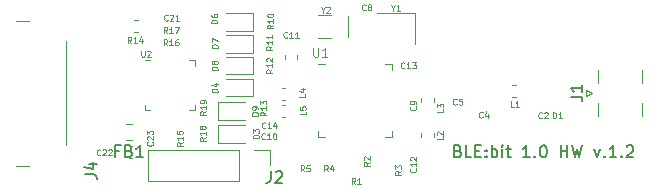
<source format=gbr>
G04 #@! TF.GenerationSoftware,KiCad,Pcbnew,(5.1.5)-3*
G04 #@! TF.CreationDate,2020-07-02T22:05:55+02:00*
G04 #@! TF.ProjectId,Theo3,5468656f-332e-46b6-9963-61645f706362,rev?*
G04 #@! TF.SameCoordinates,Original*
G04 #@! TF.FileFunction,Legend,Top*
G04 #@! TF.FilePolarity,Positive*
%FSLAX46Y46*%
G04 Gerber Fmt 4.6, Leading zero omitted, Abs format (unit mm)*
G04 Created by KiCad (PCBNEW (5.1.5)-3) date 2020-07-02 22:05:55*
%MOMM*%
%LPD*%
G04 APERTURE LIST*
%ADD10C,0.150000*%
%ADD11C,0.120000*%
%ADD12C,0.076200*%
%ADD13C,0.101600*%
G04 APERTURE END LIST*
D10*
X73229104Y-78338371D02*
X73371961Y-78385990D01*
X73419580Y-78433609D01*
X73467200Y-78528847D01*
X73467200Y-78671704D01*
X73419580Y-78766942D01*
X73371961Y-78814561D01*
X73276723Y-78862180D01*
X72895771Y-78862180D01*
X72895771Y-77862180D01*
X73229104Y-77862180D01*
X73324342Y-77909800D01*
X73371961Y-77957419D01*
X73419580Y-78052657D01*
X73419580Y-78147895D01*
X73371961Y-78243133D01*
X73324342Y-78290752D01*
X73229104Y-78338371D01*
X72895771Y-78338371D01*
X74371961Y-78862180D02*
X73895771Y-78862180D01*
X73895771Y-77862180D01*
X74705295Y-78338371D02*
X75038628Y-78338371D01*
X75181485Y-78862180D02*
X74705295Y-78862180D01*
X74705295Y-77862180D01*
X75181485Y-77862180D01*
X75610057Y-78766942D02*
X75657676Y-78814561D01*
X75610057Y-78862180D01*
X75562438Y-78814561D01*
X75610057Y-78766942D01*
X75610057Y-78862180D01*
X75610057Y-78243133D02*
X75657676Y-78290752D01*
X75610057Y-78338371D01*
X75562438Y-78290752D01*
X75610057Y-78243133D01*
X75610057Y-78338371D01*
X76086247Y-78862180D02*
X76086247Y-77862180D01*
X76086247Y-78243133D02*
X76181485Y-78195514D01*
X76371961Y-78195514D01*
X76467200Y-78243133D01*
X76514819Y-78290752D01*
X76562438Y-78385990D01*
X76562438Y-78671704D01*
X76514819Y-78766942D01*
X76467200Y-78814561D01*
X76371961Y-78862180D01*
X76181485Y-78862180D01*
X76086247Y-78814561D01*
X76991009Y-78862180D02*
X76991009Y-78195514D01*
X76991009Y-77862180D02*
X76943390Y-77909800D01*
X76991009Y-77957419D01*
X77038628Y-77909800D01*
X76991009Y-77862180D01*
X76991009Y-77957419D01*
X77324342Y-78195514D02*
X77705295Y-78195514D01*
X77467200Y-77862180D02*
X77467200Y-78719323D01*
X77514819Y-78814561D01*
X77610057Y-78862180D01*
X77705295Y-78862180D01*
X79324342Y-78862180D02*
X78752914Y-78862180D01*
X79038628Y-78862180D02*
X79038628Y-77862180D01*
X78943390Y-78005038D01*
X78848152Y-78100276D01*
X78752914Y-78147895D01*
X79752914Y-78766942D02*
X79800533Y-78814561D01*
X79752914Y-78862180D01*
X79705295Y-78814561D01*
X79752914Y-78766942D01*
X79752914Y-78862180D01*
X80419580Y-77862180D02*
X80514819Y-77862180D01*
X80610057Y-77909800D01*
X80657676Y-77957419D01*
X80705295Y-78052657D01*
X80752914Y-78243133D01*
X80752914Y-78481228D01*
X80705295Y-78671704D01*
X80657676Y-78766942D01*
X80610057Y-78814561D01*
X80514819Y-78862180D01*
X80419580Y-78862180D01*
X80324342Y-78814561D01*
X80276723Y-78766942D01*
X80229104Y-78671704D01*
X80181485Y-78481228D01*
X80181485Y-78243133D01*
X80229104Y-78052657D01*
X80276723Y-77957419D01*
X80324342Y-77909800D01*
X80419580Y-77862180D01*
X81943390Y-78862180D02*
X81943390Y-77862180D01*
X81943390Y-78338371D02*
X82514819Y-78338371D01*
X82514819Y-78862180D02*
X82514819Y-77862180D01*
X82895771Y-77862180D02*
X83133866Y-78862180D01*
X83324342Y-78147895D01*
X83514819Y-78862180D01*
X83752914Y-77862180D01*
X84800533Y-78195514D02*
X85038628Y-78862180D01*
X85276723Y-78195514D01*
X85657676Y-78766942D02*
X85705295Y-78814561D01*
X85657676Y-78862180D01*
X85610057Y-78814561D01*
X85657676Y-78766942D01*
X85657676Y-78862180D01*
X86657676Y-78862180D02*
X86086247Y-78862180D01*
X86371961Y-78862180D02*
X86371961Y-77862180D01*
X86276723Y-78005038D01*
X86181485Y-78100276D01*
X86086247Y-78147895D01*
X87086247Y-78766942D02*
X87133866Y-78814561D01*
X87086247Y-78862180D01*
X87038628Y-78814561D01*
X87086247Y-78766942D01*
X87086247Y-78862180D01*
X87514819Y-77957419D02*
X87562438Y-77909800D01*
X87657676Y-77862180D01*
X87895771Y-77862180D01*
X87991009Y-77909800D01*
X88038628Y-77957419D01*
X88086247Y-78052657D01*
X88086247Y-78147895D01*
X88038628Y-78290752D01*
X87467200Y-78862180D01*
X88086247Y-78862180D01*
D11*
X53632200Y-68146600D02*
X55917200Y-68146600D01*
X55917200Y-68146600D02*
X55917200Y-66676600D01*
X55917200Y-66676600D02*
X53632200Y-66676600D01*
X59615800Y-70195221D02*
X59615800Y-70520779D01*
X58595800Y-70195221D02*
X58595800Y-70520779D01*
X45679579Y-78919800D02*
X45354021Y-78919800D01*
X45679579Y-77899800D02*
X45354021Y-77899800D01*
X57286200Y-78222800D02*
X57286200Y-79552800D01*
X55956200Y-78222800D02*
X57286200Y-78222800D01*
X54686200Y-78222800D02*
X54686200Y-80882800D01*
X54686200Y-80882800D02*
X47006200Y-80882800D01*
X54686200Y-78222800D02*
X47006200Y-78222800D01*
X47006200Y-78222800D02*
X47006200Y-80882800D01*
X40074800Y-77831400D02*
X40074800Y-69031400D01*
X36904800Y-79576400D02*
X35854800Y-79576400D01*
X36904800Y-67286400D02*
X35854800Y-67286400D01*
X78166179Y-73763600D02*
X77840621Y-73763600D01*
X78166179Y-72743600D02*
X77840621Y-72743600D01*
X71172800Y-77175579D02*
X71172800Y-76850021D01*
X70152800Y-77175579D02*
X70152800Y-76850021D01*
X70152800Y-73878221D02*
X70152800Y-74203779D01*
X71172800Y-73878221D02*
X71172800Y-74203779D01*
X58307921Y-75465400D02*
X58633479Y-75465400D01*
X58307921Y-74445400D02*
X58633479Y-74445400D01*
X58633579Y-73992200D02*
X58308021Y-73992200D01*
X58633579Y-72972200D02*
X58308021Y-72972200D01*
X46111379Y-67206400D02*
X45785821Y-67206400D01*
X46111379Y-68226400D02*
X45785821Y-68226400D01*
X67097800Y-70959600D02*
X67647800Y-70959600D01*
X67647800Y-70959600D02*
X67647800Y-71509600D01*
X61977800Y-77179600D02*
X61427800Y-77179600D01*
X61427800Y-77179600D02*
X61427800Y-76629600D01*
X67097800Y-77179600D02*
X67647800Y-77179600D01*
X67647800Y-77179600D02*
X67647800Y-76629600D01*
X61977800Y-70959600D02*
X61427800Y-70959600D01*
X50479200Y-70661000D02*
X50954200Y-70661000D01*
X50954200Y-70661000D02*
X50954200Y-71136000D01*
X47209200Y-74881000D02*
X46734200Y-74881000D01*
X46734200Y-74881000D02*
X46734200Y-74406000D01*
X50479200Y-74881000D02*
X50954200Y-74881000D01*
X50954200Y-74881000D02*
X50954200Y-74406000D01*
X47209200Y-70661000D02*
X46734200Y-70661000D01*
X69595800Y-69270400D02*
X69595800Y-66670400D01*
X69595800Y-66670400D02*
X66395800Y-66670400D01*
X62500600Y-68742600D02*
X61400600Y-68742600D01*
X62500600Y-66842600D02*
X61400600Y-66842600D01*
X63900600Y-68692600D02*
X63900600Y-66892600D01*
X55917200Y-68530800D02*
X53632200Y-68530800D01*
X55917200Y-70000800D02*
X55917200Y-68530800D01*
X53632200Y-70000800D02*
X55917200Y-70000800D01*
X53632200Y-71829600D02*
X55917200Y-71829600D01*
X55917200Y-71829600D02*
X55917200Y-70359600D01*
X55917200Y-70359600D02*
X53632200Y-70359600D01*
X55917200Y-72239200D02*
X53632200Y-72239200D01*
X55917200Y-73709200D02*
X55917200Y-72239200D01*
X53632200Y-73709200D02*
X55917200Y-73709200D01*
X55232200Y-76150800D02*
X52947200Y-76150800D01*
X52947200Y-76150800D02*
X52947200Y-77620800D01*
X52947200Y-77620800D02*
X55232200Y-77620800D01*
X52947200Y-75690400D02*
X55232200Y-75690400D01*
X52947200Y-74220400D02*
X52947200Y-75690400D01*
X55232200Y-74220400D02*
X52947200Y-74220400D01*
X84057200Y-73656000D02*
X84557200Y-73406000D01*
X84057200Y-73156000D02*
X84057200Y-73656000D01*
X84557200Y-73406000D02*
X84057200Y-73156000D01*
X88817200Y-75356000D02*
X88817200Y-74246000D01*
X88817200Y-72566000D02*
X88817200Y-71456000D01*
X85107200Y-75356000D02*
X85107200Y-74246000D01*
X85107200Y-72566000D02*
X85107200Y-71456000D01*
X45622978Y-77443400D02*
X45105822Y-77443400D01*
X45622978Y-76023400D02*
X45105822Y-76023400D01*
D12*
X52858609Y-67507152D02*
X52350609Y-67507152D01*
X52350609Y-67386200D01*
X52374800Y-67313628D01*
X52423180Y-67265247D01*
X52471561Y-67241057D01*
X52568323Y-67216866D01*
X52640895Y-67216866D01*
X52737657Y-67241057D01*
X52786038Y-67265247D01*
X52834419Y-67313628D01*
X52858609Y-67386200D01*
X52858609Y-67507152D01*
X52350609Y-66781438D02*
X52350609Y-66878200D01*
X52374800Y-66926580D01*
X52398990Y-66950771D01*
X52471561Y-66999152D01*
X52568323Y-67023342D01*
X52761847Y-67023342D01*
X52810228Y-66999152D01*
X52834419Y-66974961D01*
X52858609Y-66926580D01*
X52858609Y-66829819D01*
X52834419Y-66781438D01*
X52810228Y-66757247D01*
X52761847Y-66733057D01*
X52640895Y-66733057D01*
X52592514Y-66757247D01*
X52568323Y-66781438D01*
X52544133Y-66829819D01*
X52544133Y-66926580D01*
X52568323Y-66974961D01*
X52592514Y-66999152D01*
X52640895Y-67023342D01*
X80357133Y-75517828D02*
X80332942Y-75542019D01*
X80260371Y-75566209D01*
X80211990Y-75566209D01*
X80139419Y-75542019D01*
X80091038Y-75493638D01*
X80066847Y-75445257D01*
X80042657Y-75348495D01*
X80042657Y-75275923D01*
X80066847Y-75179161D01*
X80091038Y-75130780D01*
X80139419Y-75082400D01*
X80211990Y-75058209D01*
X80260371Y-75058209D01*
X80332942Y-75082400D01*
X80357133Y-75106590D01*
X80550657Y-75106590D02*
X80574847Y-75082400D01*
X80623228Y-75058209D01*
X80744180Y-75058209D01*
X80792561Y-75082400D01*
X80816752Y-75106590D01*
X80840942Y-75154971D01*
X80840942Y-75203352D01*
X80816752Y-75275923D01*
X80526466Y-75566209D01*
X80840942Y-75566209D01*
X75327933Y-75467028D02*
X75303742Y-75491219D01*
X75231171Y-75515409D01*
X75182790Y-75515409D01*
X75110219Y-75491219D01*
X75061838Y-75442838D01*
X75037647Y-75394457D01*
X75013457Y-75297695D01*
X75013457Y-75225123D01*
X75037647Y-75128361D01*
X75061838Y-75079980D01*
X75110219Y-75031600D01*
X75182790Y-75007409D01*
X75231171Y-75007409D01*
X75303742Y-75031600D01*
X75327933Y-75055790D01*
X75763361Y-75176742D02*
X75763361Y-75515409D01*
X75642409Y-74983219D02*
X75521457Y-75346076D01*
X75835933Y-75346076D01*
X73118133Y-74349428D02*
X73093942Y-74373619D01*
X73021371Y-74397809D01*
X72972990Y-74397809D01*
X72900419Y-74373619D01*
X72852038Y-74325238D01*
X72827847Y-74276857D01*
X72803657Y-74180095D01*
X72803657Y-74107523D01*
X72827847Y-74010761D01*
X72852038Y-73962380D01*
X72900419Y-73914000D01*
X72972990Y-73889809D01*
X73021371Y-73889809D01*
X73093942Y-73914000D01*
X73118133Y-73938190D01*
X73577752Y-73889809D02*
X73335847Y-73889809D01*
X73311657Y-74131714D01*
X73335847Y-74107523D01*
X73384228Y-74083333D01*
X73505180Y-74083333D01*
X73553561Y-74107523D01*
X73577752Y-74131714D01*
X73601942Y-74180095D01*
X73601942Y-74301047D01*
X73577752Y-74349428D01*
X73553561Y-74373619D01*
X73505180Y-74397809D01*
X73384228Y-74397809D01*
X73335847Y-74373619D01*
X73311657Y-74349428D01*
X65421933Y-66373828D02*
X65397742Y-66398019D01*
X65325171Y-66422209D01*
X65276790Y-66422209D01*
X65204219Y-66398019D01*
X65155838Y-66349638D01*
X65131647Y-66301257D01*
X65107457Y-66204495D01*
X65107457Y-66131923D01*
X65131647Y-66035161D01*
X65155838Y-65986780D01*
X65204219Y-65938400D01*
X65276790Y-65914209D01*
X65325171Y-65914209D01*
X65397742Y-65938400D01*
X65421933Y-65962590D01*
X65712219Y-66131923D02*
X65663838Y-66107733D01*
X65639647Y-66083542D01*
X65615457Y-66035161D01*
X65615457Y-66010971D01*
X65639647Y-65962590D01*
X65663838Y-65938400D01*
X65712219Y-65914209D01*
X65808980Y-65914209D01*
X65857361Y-65938400D01*
X65881552Y-65962590D01*
X65905742Y-66010971D01*
X65905742Y-66035161D01*
X65881552Y-66083542D01*
X65857361Y-66107733D01*
X65808980Y-66131923D01*
X65712219Y-66131923D01*
X65663838Y-66156114D01*
X65639647Y-66180304D01*
X65615457Y-66228685D01*
X65615457Y-66325447D01*
X65639647Y-66373828D01*
X65663838Y-66398019D01*
X65712219Y-66422209D01*
X65808980Y-66422209D01*
X65857361Y-66398019D01*
X65881552Y-66373828D01*
X65905742Y-66325447D01*
X65905742Y-66228685D01*
X65881552Y-66180304D01*
X65857361Y-66156114D01*
X65808980Y-66131923D01*
X69650428Y-74557466D02*
X69674619Y-74581657D01*
X69698809Y-74654228D01*
X69698809Y-74702609D01*
X69674619Y-74775180D01*
X69626238Y-74823561D01*
X69577857Y-74847752D01*
X69481095Y-74871942D01*
X69408523Y-74871942D01*
X69311761Y-74847752D01*
X69263380Y-74823561D01*
X69215000Y-74775180D01*
X69190809Y-74702609D01*
X69190809Y-74654228D01*
X69215000Y-74581657D01*
X69239190Y-74557466D01*
X69698809Y-74315561D02*
X69698809Y-74218800D01*
X69674619Y-74170419D01*
X69650428Y-74146228D01*
X69577857Y-74097847D01*
X69481095Y-74073657D01*
X69287571Y-74073657D01*
X69239190Y-74097847D01*
X69215000Y-74122038D01*
X69190809Y-74170419D01*
X69190809Y-74267180D01*
X69215000Y-74315561D01*
X69239190Y-74339752D01*
X69287571Y-74363942D01*
X69408523Y-74363942D01*
X69456904Y-74339752D01*
X69481095Y-74315561D01*
X69505285Y-74267180D01*
X69505285Y-74170419D01*
X69481095Y-74122038D01*
X69456904Y-74097847D01*
X69408523Y-74073657D01*
X56899628Y-77295828D02*
X56875438Y-77320019D01*
X56802866Y-77344209D01*
X56754485Y-77344209D01*
X56681914Y-77320019D01*
X56633533Y-77271638D01*
X56609342Y-77223257D01*
X56585152Y-77126495D01*
X56585152Y-77053923D01*
X56609342Y-76957161D01*
X56633533Y-76908780D01*
X56681914Y-76860400D01*
X56754485Y-76836209D01*
X56802866Y-76836209D01*
X56875438Y-76860400D01*
X56899628Y-76884590D01*
X57383438Y-77344209D02*
X57093152Y-77344209D01*
X57238295Y-77344209D02*
X57238295Y-76836209D01*
X57189914Y-76908780D01*
X57141533Y-76957161D01*
X57093152Y-76981352D01*
X57697914Y-76836209D02*
X57746295Y-76836209D01*
X57794676Y-76860400D01*
X57818866Y-76884590D01*
X57843057Y-76932971D01*
X57867247Y-77029733D01*
X57867247Y-77150685D01*
X57843057Y-77247447D01*
X57818866Y-77295828D01*
X57794676Y-77320019D01*
X57746295Y-77344209D01*
X57697914Y-77344209D01*
X57649533Y-77320019D01*
X57625342Y-77295828D01*
X57601152Y-77247447D01*
X57576961Y-77150685D01*
X57576961Y-77029733D01*
X57601152Y-76932971D01*
X57625342Y-76884590D01*
X57649533Y-76860400D01*
X57697914Y-76836209D01*
X58779228Y-68710628D02*
X58755038Y-68734819D01*
X58682466Y-68759009D01*
X58634085Y-68759009D01*
X58561514Y-68734819D01*
X58513133Y-68686438D01*
X58488942Y-68638057D01*
X58464752Y-68541295D01*
X58464752Y-68468723D01*
X58488942Y-68371961D01*
X58513133Y-68323580D01*
X58561514Y-68275200D01*
X58634085Y-68251009D01*
X58682466Y-68251009D01*
X58755038Y-68275200D01*
X58779228Y-68299390D01*
X59263038Y-68759009D02*
X58972752Y-68759009D01*
X59117895Y-68759009D02*
X59117895Y-68251009D01*
X59069514Y-68323580D01*
X59021133Y-68371961D01*
X58972752Y-68396152D01*
X59746847Y-68759009D02*
X59456561Y-68759009D01*
X59601704Y-68759009D02*
X59601704Y-68251009D01*
X59553323Y-68323580D01*
X59504942Y-68371961D01*
X59456561Y-68396152D01*
X69650428Y-79803171D02*
X69674619Y-79827361D01*
X69698809Y-79899933D01*
X69698809Y-79948314D01*
X69674619Y-80020885D01*
X69626238Y-80069266D01*
X69577857Y-80093457D01*
X69481095Y-80117647D01*
X69408523Y-80117647D01*
X69311761Y-80093457D01*
X69263380Y-80069266D01*
X69215000Y-80020885D01*
X69190809Y-79948314D01*
X69190809Y-79899933D01*
X69215000Y-79827361D01*
X69239190Y-79803171D01*
X69698809Y-79319361D02*
X69698809Y-79609647D01*
X69698809Y-79464504D02*
X69190809Y-79464504D01*
X69263380Y-79512885D01*
X69311761Y-79561266D01*
X69335952Y-79609647D01*
X69239190Y-79125838D02*
X69215000Y-79101647D01*
X69190809Y-79053266D01*
X69190809Y-78932314D01*
X69215000Y-78883933D01*
X69239190Y-78859742D01*
X69287571Y-78835552D01*
X69335952Y-78835552D01*
X69408523Y-78859742D01*
X69698809Y-79150028D01*
X69698809Y-78835552D01*
X68710628Y-71276028D02*
X68686438Y-71300219D01*
X68613866Y-71324409D01*
X68565485Y-71324409D01*
X68492914Y-71300219D01*
X68444533Y-71251838D01*
X68420342Y-71203457D01*
X68396152Y-71106695D01*
X68396152Y-71034123D01*
X68420342Y-70937361D01*
X68444533Y-70888980D01*
X68492914Y-70840600D01*
X68565485Y-70816409D01*
X68613866Y-70816409D01*
X68686438Y-70840600D01*
X68710628Y-70864790D01*
X69194438Y-71324409D02*
X68904152Y-71324409D01*
X69049295Y-71324409D02*
X69049295Y-70816409D01*
X69000914Y-70888980D01*
X68952533Y-70937361D01*
X68904152Y-70961552D01*
X69363771Y-70816409D02*
X69678247Y-70816409D01*
X69508914Y-71009933D01*
X69581485Y-71009933D01*
X69629866Y-71034123D01*
X69654057Y-71058314D01*
X69678247Y-71106695D01*
X69678247Y-71227647D01*
X69654057Y-71276028D01*
X69629866Y-71300219D01*
X69581485Y-71324409D01*
X69436342Y-71324409D01*
X69387961Y-71300219D01*
X69363771Y-71276028D01*
X56925028Y-76356028D02*
X56900838Y-76380219D01*
X56828266Y-76404409D01*
X56779885Y-76404409D01*
X56707314Y-76380219D01*
X56658933Y-76331838D01*
X56634742Y-76283457D01*
X56610552Y-76186695D01*
X56610552Y-76114123D01*
X56634742Y-76017361D01*
X56658933Y-75968980D01*
X56707314Y-75920600D01*
X56779885Y-75896409D01*
X56828266Y-75896409D01*
X56900838Y-75920600D01*
X56925028Y-75944790D01*
X57408838Y-76404409D02*
X57118552Y-76404409D01*
X57263695Y-76404409D02*
X57263695Y-75896409D01*
X57215314Y-75968980D01*
X57166933Y-76017361D01*
X57118552Y-76041552D01*
X57844266Y-76065742D02*
X57844266Y-76404409D01*
X57723314Y-75872219D02*
X57602361Y-76235076D01*
X57916838Y-76235076D01*
X48670028Y-67237428D02*
X48645838Y-67261619D01*
X48573266Y-67285809D01*
X48524885Y-67285809D01*
X48452314Y-67261619D01*
X48403933Y-67213238D01*
X48379742Y-67164857D01*
X48355552Y-67068095D01*
X48355552Y-66995523D01*
X48379742Y-66898761D01*
X48403933Y-66850380D01*
X48452314Y-66802000D01*
X48524885Y-66777809D01*
X48573266Y-66777809D01*
X48645838Y-66802000D01*
X48670028Y-66826190D01*
X48863552Y-66826190D02*
X48887742Y-66802000D01*
X48936123Y-66777809D01*
X49057076Y-66777809D01*
X49105457Y-66802000D01*
X49129647Y-66826190D01*
X49153838Y-66874571D01*
X49153838Y-66922952D01*
X49129647Y-66995523D01*
X48839361Y-67285809D01*
X49153838Y-67285809D01*
X49637647Y-67285809D02*
X49347361Y-67285809D01*
X49492504Y-67285809D02*
X49492504Y-66777809D01*
X49444123Y-66850380D01*
X49395742Y-66898761D01*
X49347361Y-66922952D01*
X42955028Y-78642028D02*
X42930838Y-78666219D01*
X42858266Y-78690409D01*
X42809885Y-78690409D01*
X42737314Y-78666219D01*
X42688933Y-78617838D01*
X42664742Y-78569457D01*
X42640552Y-78472695D01*
X42640552Y-78400123D01*
X42664742Y-78303361D01*
X42688933Y-78254980D01*
X42737314Y-78206600D01*
X42809885Y-78182409D01*
X42858266Y-78182409D01*
X42930838Y-78206600D01*
X42955028Y-78230790D01*
X43148552Y-78230790D02*
X43172742Y-78206600D01*
X43221123Y-78182409D01*
X43342076Y-78182409D01*
X43390457Y-78206600D01*
X43414647Y-78230790D01*
X43438838Y-78279171D01*
X43438838Y-78327552D01*
X43414647Y-78400123D01*
X43124361Y-78690409D01*
X43438838Y-78690409D01*
X43632361Y-78230790D02*
X43656552Y-78206600D01*
X43704933Y-78182409D01*
X43825885Y-78182409D01*
X43874266Y-78206600D01*
X43898457Y-78230790D01*
X43922647Y-78279171D01*
X43922647Y-78327552D01*
X43898457Y-78400123D01*
X43608171Y-78690409D01*
X43922647Y-78690409D01*
X47374628Y-77567971D02*
X47398819Y-77592161D01*
X47423009Y-77664733D01*
X47423009Y-77713114D01*
X47398819Y-77785685D01*
X47350438Y-77834066D01*
X47302057Y-77858257D01*
X47205295Y-77882447D01*
X47132723Y-77882447D01*
X47035961Y-77858257D01*
X46987580Y-77834066D01*
X46939200Y-77785685D01*
X46915009Y-77713114D01*
X46915009Y-77664733D01*
X46939200Y-77592161D01*
X46963390Y-77567971D01*
X46963390Y-77374447D02*
X46939200Y-77350257D01*
X46915009Y-77301876D01*
X46915009Y-77180923D01*
X46939200Y-77132542D01*
X46963390Y-77108352D01*
X47011771Y-77084161D01*
X47060152Y-77084161D01*
X47132723Y-77108352D01*
X47423009Y-77398638D01*
X47423009Y-77084161D01*
X46915009Y-76914828D02*
X46915009Y-76600352D01*
X47108533Y-76769685D01*
X47108533Y-76697114D01*
X47132723Y-76648733D01*
X47156914Y-76624542D01*
X47205295Y-76600352D01*
X47326247Y-76600352D01*
X47374628Y-76624542D01*
X47398819Y-76648733D01*
X47423009Y-76697114D01*
X47423009Y-76842257D01*
X47398819Y-76890638D01*
X47374628Y-76914828D01*
X81286047Y-75566209D02*
X81286047Y-75058209D01*
X81407000Y-75058209D01*
X81479571Y-75082400D01*
X81527952Y-75130780D01*
X81552142Y-75179161D01*
X81576333Y-75275923D01*
X81576333Y-75348495D01*
X81552142Y-75445257D01*
X81527952Y-75493638D01*
X81479571Y-75542019D01*
X81407000Y-75566209D01*
X81286047Y-75566209D01*
X82060142Y-75566209D02*
X81769857Y-75566209D01*
X81915000Y-75566209D02*
X81915000Y-75058209D01*
X81866619Y-75130780D01*
X81818238Y-75179161D01*
X81769857Y-75203352D01*
D10*
X57375466Y-80021180D02*
X57375466Y-80735466D01*
X57327847Y-80878323D01*
X57232609Y-80973561D01*
X57089752Y-81021180D01*
X56994514Y-81021180D01*
X57804038Y-80116419D02*
X57851657Y-80068800D01*
X57946895Y-80021180D01*
X58184990Y-80021180D01*
X58280228Y-80068800D01*
X58327847Y-80116419D01*
X58375466Y-80211657D01*
X58375466Y-80306895D01*
X58327847Y-80449752D01*
X57756419Y-81021180D01*
X58375466Y-81021180D01*
X41641780Y-80317933D02*
X42356066Y-80317933D01*
X42498923Y-80365552D01*
X42594161Y-80460790D01*
X42641780Y-80603647D01*
X42641780Y-80698885D01*
X41975114Y-79413171D02*
X42641780Y-79413171D01*
X41594161Y-79651266D02*
X42308447Y-79889361D01*
X42308447Y-79270314D01*
D12*
X77969533Y-74601009D02*
X77727628Y-74601009D01*
X77727628Y-74093009D01*
X78404961Y-74601009D02*
X78114676Y-74601009D01*
X78259819Y-74601009D02*
X78259819Y-74093009D01*
X78211438Y-74165580D01*
X78163057Y-74213961D01*
X78114676Y-74238152D01*
X71934009Y-77097466D02*
X71934009Y-77339371D01*
X71426009Y-77339371D01*
X71474390Y-76952323D02*
X71450200Y-76928133D01*
X71426009Y-76879752D01*
X71426009Y-76758800D01*
X71450200Y-76710419D01*
X71474390Y-76686228D01*
X71522771Y-76662038D01*
X71571152Y-76662038D01*
X71643723Y-76686228D01*
X71934009Y-76976514D01*
X71934009Y-76662038D01*
X72010209Y-74760666D02*
X72010209Y-75002571D01*
X71502209Y-75002571D01*
X71502209Y-74639714D02*
X71502209Y-74325238D01*
X71695733Y-74494571D01*
X71695733Y-74422000D01*
X71719923Y-74373619D01*
X71744114Y-74349428D01*
X71792495Y-74325238D01*
X71913447Y-74325238D01*
X71961828Y-74349428D01*
X71986019Y-74373619D01*
X72010209Y-74422000D01*
X72010209Y-74567142D01*
X71986019Y-74615523D01*
X71961828Y-74639714D01*
X60326209Y-73490666D02*
X60326209Y-73732571D01*
X59818209Y-73732571D01*
X59987542Y-73103619D02*
X60326209Y-73103619D01*
X59794019Y-73224571D02*
X60156876Y-73345523D01*
X60156876Y-73031047D01*
X60351609Y-74989266D02*
X60351609Y-75231171D01*
X59843609Y-75231171D01*
X59843609Y-74578028D02*
X59843609Y-74819933D01*
X60085514Y-74844123D01*
X60061323Y-74819933D01*
X60037133Y-74771552D01*
X60037133Y-74650600D01*
X60061323Y-74602219D01*
X60085514Y-74578028D01*
X60133895Y-74553838D01*
X60254847Y-74553838D01*
X60303228Y-74578028D01*
X60327419Y-74602219D01*
X60351609Y-74650600D01*
X60351609Y-74771552D01*
X60327419Y-74819933D01*
X60303228Y-74844123D01*
X64532933Y-81128809D02*
X64363600Y-80886904D01*
X64242647Y-81128809D02*
X64242647Y-80620809D01*
X64436171Y-80620809D01*
X64484552Y-80645000D01*
X64508742Y-80669190D01*
X64532933Y-80717571D01*
X64532933Y-80790142D01*
X64508742Y-80838523D01*
X64484552Y-80862714D01*
X64436171Y-80886904D01*
X64242647Y-80886904D01*
X65016742Y-81128809D02*
X64726457Y-81128809D01*
X64871600Y-81128809D02*
X64871600Y-80620809D01*
X64823219Y-80693380D01*
X64774838Y-80741761D01*
X64726457Y-80765952D01*
X65761809Y-79281866D02*
X65519904Y-79451200D01*
X65761809Y-79572152D02*
X65253809Y-79572152D01*
X65253809Y-79378628D01*
X65278000Y-79330247D01*
X65302190Y-79306057D01*
X65350571Y-79281866D01*
X65423142Y-79281866D01*
X65471523Y-79306057D01*
X65495714Y-79330247D01*
X65519904Y-79378628D01*
X65519904Y-79572152D01*
X65302190Y-79088342D02*
X65278000Y-79064152D01*
X65253809Y-79015771D01*
X65253809Y-78894819D01*
X65278000Y-78846438D01*
X65302190Y-78822247D01*
X65350571Y-78798057D01*
X65398952Y-78798057D01*
X65471523Y-78822247D01*
X65761809Y-79112533D01*
X65761809Y-78798057D01*
X68428809Y-80043866D02*
X68186904Y-80213200D01*
X68428809Y-80334152D02*
X67920809Y-80334152D01*
X67920809Y-80140628D01*
X67945000Y-80092247D01*
X67969190Y-80068057D01*
X68017571Y-80043866D01*
X68090142Y-80043866D01*
X68138523Y-80068057D01*
X68162714Y-80092247D01*
X68186904Y-80140628D01*
X68186904Y-80334152D01*
X67920809Y-79874533D02*
X67920809Y-79560057D01*
X68114333Y-79729390D01*
X68114333Y-79656819D01*
X68138523Y-79608438D01*
X68162714Y-79584247D01*
X68211095Y-79560057D01*
X68332047Y-79560057D01*
X68380428Y-79584247D01*
X68404619Y-79608438D01*
X68428809Y-79656819D01*
X68428809Y-79801961D01*
X68404619Y-79850342D01*
X68380428Y-79874533D01*
X57608409Y-67661971D02*
X57366504Y-67831304D01*
X57608409Y-67952257D02*
X57100409Y-67952257D01*
X57100409Y-67758733D01*
X57124600Y-67710352D01*
X57148790Y-67686161D01*
X57197171Y-67661971D01*
X57269742Y-67661971D01*
X57318123Y-67686161D01*
X57342314Y-67710352D01*
X57366504Y-67758733D01*
X57366504Y-67952257D01*
X57608409Y-67178161D02*
X57608409Y-67468447D01*
X57608409Y-67323304D02*
X57100409Y-67323304D01*
X57172980Y-67371685D01*
X57221361Y-67420066D01*
X57245552Y-67468447D01*
X57100409Y-66863685D02*
X57100409Y-66815304D01*
X57124600Y-66766923D01*
X57148790Y-66742733D01*
X57197171Y-66718542D01*
X57293933Y-66694352D01*
X57414885Y-66694352D01*
X57511647Y-66718542D01*
X57560028Y-66742733D01*
X57584219Y-66766923D01*
X57608409Y-66815304D01*
X57608409Y-66863685D01*
X57584219Y-66912066D01*
X57560028Y-66936257D01*
X57511647Y-66960447D01*
X57414885Y-66984638D01*
X57293933Y-66984638D01*
X57197171Y-66960447D01*
X57148790Y-66936257D01*
X57124600Y-66912066D01*
X57100409Y-66863685D01*
X57532209Y-69465371D02*
X57290304Y-69634704D01*
X57532209Y-69755657D02*
X57024209Y-69755657D01*
X57024209Y-69562133D01*
X57048400Y-69513752D01*
X57072590Y-69489561D01*
X57120971Y-69465371D01*
X57193542Y-69465371D01*
X57241923Y-69489561D01*
X57266114Y-69513752D01*
X57290304Y-69562133D01*
X57290304Y-69755657D01*
X57532209Y-68981561D02*
X57532209Y-69271847D01*
X57532209Y-69126704D02*
X57024209Y-69126704D01*
X57096780Y-69175085D01*
X57145161Y-69223466D01*
X57169352Y-69271847D01*
X57532209Y-68497752D02*
X57532209Y-68788038D01*
X57532209Y-68642895D02*
X57024209Y-68642895D01*
X57096780Y-68691276D01*
X57145161Y-68739657D01*
X57169352Y-68788038D01*
X57532209Y-71421171D02*
X57290304Y-71590504D01*
X57532209Y-71711457D02*
X57024209Y-71711457D01*
X57024209Y-71517933D01*
X57048400Y-71469552D01*
X57072590Y-71445361D01*
X57120971Y-71421171D01*
X57193542Y-71421171D01*
X57241923Y-71445361D01*
X57266114Y-71469552D01*
X57290304Y-71517933D01*
X57290304Y-71711457D01*
X57532209Y-70937361D02*
X57532209Y-71227647D01*
X57532209Y-71082504D02*
X57024209Y-71082504D01*
X57096780Y-71130885D01*
X57145161Y-71179266D01*
X57169352Y-71227647D01*
X57072590Y-70743838D02*
X57048400Y-70719647D01*
X57024209Y-70671266D01*
X57024209Y-70550314D01*
X57048400Y-70501933D01*
X57072590Y-70477742D01*
X57120971Y-70453552D01*
X57169352Y-70453552D01*
X57241923Y-70477742D01*
X57532209Y-70768028D01*
X57532209Y-70453552D01*
X57024209Y-75027971D02*
X56782304Y-75197304D01*
X57024209Y-75318257D02*
X56516209Y-75318257D01*
X56516209Y-75124733D01*
X56540400Y-75076352D01*
X56564590Y-75052161D01*
X56612971Y-75027971D01*
X56685542Y-75027971D01*
X56733923Y-75052161D01*
X56758114Y-75076352D01*
X56782304Y-75124733D01*
X56782304Y-75318257D01*
X57024209Y-74544161D02*
X57024209Y-74834447D01*
X57024209Y-74689304D02*
X56516209Y-74689304D01*
X56588780Y-74737685D01*
X56637161Y-74786066D01*
X56661352Y-74834447D01*
X56516209Y-74374828D02*
X56516209Y-74060352D01*
X56709733Y-74229685D01*
X56709733Y-74157114D01*
X56733923Y-74108733D01*
X56758114Y-74084542D01*
X56806495Y-74060352D01*
X56927447Y-74060352D01*
X56975828Y-74084542D01*
X57000019Y-74108733D01*
X57024209Y-74157114D01*
X57024209Y-74302257D01*
X57000019Y-74350638D01*
X56975828Y-74374828D01*
X45596628Y-69165409D02*
X45427295Y-68923504D01*
X45306342Y-69165409D02*
X45306342Y-68657409D01*
X45499866Y-68657409D01*
X45548247Y-68681600D01*
X45572438Y-68705790D01*
X45596628Y-68754171D01*
X45596628Y-68826742D01*
X45572438Y-68875123D01*
X45548247Y-68899314D01*
X45499866Y-68923504D01*
X45306342Y-68923504D01*
X46080438Y-69165409D02*
X45790152Y-69165409D01*
X45935295Y-69165409D02*
X45935295Y-68657409D01*
X45886914Y-68729980D01*
X45838533Y-68778361D01*
X45790152Y-68802552D01*
X46515866Y-68826742D02*
X46515866Y-69165409D01*
X46394914Y-68633219D02*
X46273961Y-68996076D01*
X46588438Y-68996076D01*
X49937609Y-77593371D02*
X49695704Y-77762704D01*
X49937609Y-77883657D02*
X49429609Y-77883657D01*
X49429609Y-77690133D01*
X49453800Y-77641752D01*
X49477990Y-77617561D01*
X49526371Y-77593371D01*
X49598942Y-77593371D01*
X49647323Y-77617561D01*
X49671514Y-77641752D01*
X49695704Y-77690133D01*
X49695704Y-77883657D01*
X49937609Y-77109561D02*
X49937609Y-77399847D01*
X49937609Y-77254704D02*
X49429609Y-77254704D01*
X49502180Y-77303085D01*
X49550561Y-77351466D01*
X49574752Y-77399847D01*
X49429609Y-76649942D02*
X49429609Y-76891847D01*
X49671514Y-76916038D01*
X49647323Y-76891847D01*
X49623133Y-76843466D01*
X49623133Y-76722514D01*
X49647323Y-76674133D01*
X49671514Y-76649942D01*
X49719895Y-76625752D01*
X49840847Y-76625752D01*
X49889228Y-76649942D01*
X49913419Y-76674133D01*
X49937609Y-76722514D01*
X49937609Y-76843466D01*
X49913419Y-76891847D01*
X49889228Y-76916038D01*
X48619228Y-69394009D02*
X48449895Y-69152104D01*
X48328942Y-69394009D02*
X48328942Y-68886009D01*
X48522466Y-68886009D01*
X48570847Y-68910200D01*
X48595038Y-68934390D01*
X48619228Y-68982771D01*
X48619228Y-69055342D01*
X48595038Y-69103723D01*
X48570847Y-69127914D01*
X48522466Y-69152104D01*
X48328942Y-69152104D01*
X49103038Y-69394009D02*
X48812752Y-69394009D01*
X48957895Y-69394009D02*
X48957895Y-68886009D01*
X48909514Y-68958580D01*
X48861133Y-69006961D01*
X48812752Y-69031152D01*
X49538466Y-68886009D02*
X49441704Y-68886009D01*
X49393323Y-68910200D01*
X49369133Y-68934390D01*
X49320752Y-69006961D01*
X49296561Y-69103723D01*
X49296561Y-69297247D01*
X49320752Y-69345628D01*
X49344942Y-69369819D01*
X49393323Y-69394009D01*
X49490085Y-69394009D01*
X49538466Y-69369819D01*
X49562657Y-69345628D01*
X49586847Y-69297247D01*
X49586847Y-69176295D01*
X49562657Y-69127914D01*
X49538466Y-69103723D01*
X49490085Y-69079533D01*
X49393323Y-69079533D01*
X49344942Y-69103723D01*
X49320752Y-69127914D01*
X49296561Y-69176295D01*
X48619228Y-68352609D02*
X48449895Y-68110704D01*
X48328942Y-68352609D02*
X48328942Y-67844609D01*
X48522466Y-67844609D01*
X48570847Y-67868800D01*
X48595038Y-67892990D01*
X48619228Y-67941371D01*
X48619228Y-68013942D01*
X48595038Y-68062323D01*
X48570847Y-68086514D01*
X48522466Y-68110704D01*
X48328942Y-68110704D01*
X49103038Y-68352609D02*
X48812752Y-68352609D01*
X48957895Y-68352609D02*
X48957895Y-67844609D01*
X48909514Y-67917180D01*
X48861133Y-67965561D01*
X48812752Y-67989752D01*
X49272371Y-67844609D02*
X49611038Y-67844609D01*
X49393323Y-68352609D01*
X51868009Y-77186971D02*
X51626104Y-77356304D01*
X51868009Y-77477257D02*
X51360009Y-77477257D01*
X51360009Y-77283733D01*
X51384200Y-77235352D01*
X51408390Y-77211161D01*
X51456771Y-77186971D01*
X51529342Y-77186971D01*
X51577723Y-77211161D01*
X51601914Y-77235352D01*
X51626104Y-77283733D01*
X51626104Y-77477257D01*
X51868009Y-76703161D02*
X51868009Y-76993447D01*
X51868009Y-76848304D02*
X51360009Y-76848304D01*
X51432580Y-76896685D01*
X51480961Y-76945066D01*
X51505152Y-76993447D01*
X51577723Y-76412876D02*
X51553533Y-76461257D01*
X51529342Y-76485447D01*
X51480961Y-76509638D01*
X51456771Y-76509638D01*
X51408390Y-76485447D01*
X51384200Y-76461257D01*
X51360009Y-76412876D01*
X51360009Y-76316114D01*
X51384200Y-76267733D01*
X51408390Y-76243542D01*
X51456771Y-76219352D01*
X51480961Y-76219352D01*
X51529342Y-76243542D01*
X51553533Y-76267733D01*
X51577723Y-76316114D01*
X51577723Y-76412876D01*
X51601914Y-76461257D01*
X51626104Y-76485447D01*
X51674485Y-76509638D01*
X51771247Y-76509638D01*
X51819628Y-76485447D01*
X51843819Y-76461257D01*
X51868009Y-76412876D01*
X51868009Y-76316114D01*
X51843819Y-76267733D01*
X51819628Y-76243542D01*
X51771247Y-76219352D01*
X51674485Y-76219352D01*
X51626104Y-76243542D01*
X51601914Y-76267733D01*
X51577723Y-76316114D01*
X51918809Y-74977171D02*
X51676904Y-75146504D01*
X51918809Y-75267457D02*
X51410809Y-75267457D01*
X51410809Y-75073933D01*
X51435000Y-75025552D01*
X51459190Y-75001361D01*
X51507571Y-74977171D01*
X51580142Y-74977171D01*
X51628523Y-75001361D01*
X51652714Y-75025552D01*
X51676904Y-75073933D01*
X51676904Y-75267457D01*
X51918809Y-74493361D02*
X51918809Y-74783647D01*
X51918809Y-74638504D02*
X51410809Y-74638504D01*
X51483380Y-74686885D01*
X51531761Y-74735266D01*
X51555952Y-74783647D01*
X51918809Y-74251457D02*
X51918809Y-74154695D01*
X51894619Y-74106314D01*
X51870428Y-74082123D01*
X51797857Y-74033742D01*
X51701095Y-74009552D01*
X51507571Y-74009552D01*
X51459190Y-74033742D01*
X51435000Y-74057933D01*
X51410809Y-74106314D01*
X51410809Y-74203076D01*
X51435000Y-74251457D01*
X51459190Y-74275647D01*
X51507571Y-74299838D01*
X51628523Y-74299838D01*
X51676904Y-74275647D01*
X51701095Y-74251457D01*
X51725285Y-74203076D01*
X51725285Y-74106314D01*
X51701095Y-74057933D01*
X51676904Y-74033742D01*
X51628523Y-74009552D01*
D13*
X60989028Y-69585114D02*
X60989028Y-70201971D01*
X61025314Y-70274542D01*
X61061600Y-70310828D01*
X61134171Y-70347114D01*
X61279314Y-70347114D01*
X61351885Y-70310828D01*
X61388171Y-70274542D01*
X61424457Y-70201971D01*
X61424457Y-69585114D01*
X62186457Y-70347114D02*
X61751028Y-70347114D01*
X61968742Y-70347114D02*
X61968742Y-69585114D01*
X61896171Y-69693971D01*
X61823600Y-69766542D01*
X61751028Y-69802828D01*
D12*
X46425152Y-69825809D02*
X46425152Y-70237047D01*
X46449342Y-70285428D01*
X46473533Y-70309619D01*
X46521914Y-70333809D01*
X46618676Y-70333809D01*
X46667057Y-70309619D01*
X46691247Y-70285428D01*
X46715438Y-70237047D01*
X46715438Y-69825809D01*
X46933152Y-69874190D02*
X46957342Y-69850000D01*
X47005723Y-69825809D01*
X47126676Y-69825809D01*
X47175057Y-69850000D01*
X47199247Y-69874190D01*
X47223438Y-69922571D01*
X47223438Y-69970952D01*
X47199247Y-70043523D01*
X46908961Y-70333809D01*
X47223438Y-70333809D01*
X67728495Y-66205704D02*
X67728495Y-66447609D01*
X67559161Y-65939609D02*
X67728495Y-66205704D01*
X67897828Y-65939609D01*
X68333257Y-66447609D02*
X68042971Y-66447609D01*
X68188114Y-66447609D02*
X68188114Y-65939609D01*
X68139733Y-66012180D01*
X68091352Y-66060561D01*
X68042971Y-66084752D01*
X61784895Y-66383504D02*
X61784895Y-66625409D01*
X61615561Y-66117409D02*
X61784895Y-66383504D01*
X61954228Y-66117409D01*
X62099371Y-66165790D02*
X62123561Y-66141600D01*
X62171942Y-66117409D01*
X62292895Y-66117409D01*
X62341276Y-66141600D01*
X62365466Y-66165790D01*
X62389657Y-66214171D01*
X62389657Y-66262552D01*
X62365466Y-66335123D01*
X62075180Y-66625409D01*
X62389657Y-66625409D01*
X52884009Y-69589952D02*
X52376009Y-69589952D01*
X52376009Y-69469000D01*
X52400200Y-69396428D01*
X52448580Y-69348047D01*
X52496961Y-69323857D01*
X52593723Y-69299666D01*
X52666295Y-69299666D01*
X52763057Y-69323857D01*
X52811438Y-69348047D01*
X52859819Y-69396428D01*
X52884009Y-69469000D01*
X52884009Y-69589952D01*
X52376009Y-69130333D02*
X52376009Y-68791666D01*
X52884009Y-69009380D01*
X52884009Y-71469552D02*
X52376009Y-71469552D01*
X52376009Y-71348600D01*
X52400200Y-71276028D01*
X52448580Y-71227647D01*
X52496961Y-71203457D01*
X52593723Y-71179266D01*
X52666295Y-71179266D01*
X52763057Y-71203457D01*
X52811438Y-71227647D01*
X52859819Y-71276028D01*
X52884009Y-71348600D01*
X52884009Y-71469552D01*
X52593723Y-70888980D02*
X52569533Y-70937361D01*
X52545342Y-70961552D01*
X52496961Y-70985742D01*
X52472771Y-70985742D01*
X52424390Y-70961552D01*
X52400200Y-70937361D01*
X52376009Y-70888980D01*
X52376009Y-70792219D01*
X52400200Y-70743838D01*
X52424390Y-70719647D01*
X52472771Y-70695457D01*
X52496961Y-70695457D01*
X52545342Y-70719647D01*
X52569533Y-70743838D01*
X52593723Y-70792219D01*
X52593723Y-70888980D01*
X52617914Y-70937361D01*
X52642104Y-70961552D01*
X52690485Y-70985742D01*
X52787247Y-70985742D01*
X52835628Y-70961552D01*
X52859819Y-70937361D01*
X52884009Y-70888980D01*
X52884009Y-70792219D01*
X52859819Y-70743838D01*
X52835628Y-70719647D01*
X52787247Y-70695457D01*
X52690485Y-70695457D01*
X52642104Y-70719647D01*
X52617914Y-70743838D01*
X52593723Y-70792219D01*
X56313009Y-75330352D02*
X55805009Y-75330352D01*
X55805009Y-75209400D01*
X55829200Y-75136828D01*
X55877580Y-75088447D01*
X55925961Y-75064257D01*
X56022723Y-75040066D01*
X56095295Y-75040066D01*
X56192057Y-75064257D01*
X56240438Y-75088447D01*
X56288819Y-75136828D01*
X56313009Y-75209400D01*
X56313009Y-75330352D01*
X56313009Y-74798161D02*
X56313009Y-74701400D01*
X56288819Y-74653019D01*
X56264628Y-74628828D01*
X56192057Y-74580447D01*
X56095295Y-74556257D01*
X55901771Y-74556257D01*
X55853390Y-74580447D01*
X55829200Y-74604638D01*
X55805009Y-74653019D01*
X55805009Y-74749780D01*
X55829200Y-74798161D01*
X55853390Y-74822352D01*
X55901771Y-74846542D01*
X56022723Y-74846542D01*
X56071104Y-74822352D01*
X56095295Y-74798161D01*
X56119485Y-74749780D01*
X56119485Y-74653019D01*
X56095295Y-74604638D01*
X56071104Y-74580447D01*
X56022723Y-74556257D01*
X56389209Y-77260752D02*
X55881209Y-77260752D01*
X55881209Y-77139800D01*
X55905400Y-77067228D01*
X55953780Y-77018847D01*
X56002161Y-76994657D01*
X56098923Y-76970466D01*
X56171495Y-76970466D01*
X56268257Y-76994657D01*
X56316638Y-77018847D01*
X56365019Y-77067228D01*
X56389209Y-77139800D01*
X56389209Y-77260752D01*
X55881209Y-76801133D02*
X55881209Y-76486657D01*
X56074733Y-76655990D01*
X56074733Y-76583419D01*
X56098923Y-76535038D01*
X56123114Y-76510847D01*
X56171495Y-76486657D01*
X56292447Y-76486657D01*
X56340828Y-76510847D01*
X56365019Y-76535038D01*
X56389209Y-76583419D01*
X56389209Y-76728561D01*
X56365019Y-76776942D01*
X56340828Y-76801133D01*
X52884009Y-73349152D02*
X52376009Y-73349152D01*
X52376009Y-73228200D01*
X52400200Y-73155628D01*
X52448580Y-73107247D01*
X52496961Y-73083057D01*
X52593723Y-73058866D01*
X52666295Y-73058866D01*
X52763057Y-73083057D01*
X52811438Y-73107247D01*
X52859819Y-73155628D01*
X52884009Y-73228200D01*
X52884009Y-73349152D01*
X52545342Y-72623438D02*
X52884009Y-72623438D01*
X52351819Y-72744390D02*
X52714676Y-72865342D01*
X52714676Y-72550866D01*
X62221533Y-80062009D02*
X62052200Y-79820104D01*
X61931247Y-80062009D02*
X61931247Y-79554009D01*
X62124771Y-79554009D01*
X62173152Y-79578200D01*
X62197342Y-79602390D01*
X62221533Y-79650771D01*
X62221533Y-79723342D01*
X62197342Y-79771723D01*
X62173152Y-79795914D01*
X62124771Y-79820104D01*
X61931247Y-79820104D01*
X62656961Y-79723342D02*
X62656961Y-80062009D01*
X62536009Y-79529819D02*
X62415057Y-79892676D01*
X62729533Y-79892676D01*
X60214933Y-80062009D02*
X60045600Y-79820104D01*
X59924647Y-80062009D02*
X59924647Y-79554009D01*
X60118171Y-79554009D01*
X60166552Y-79578200D01*
X60190742Y-79602390D01*
X60214933Y-79650771D01*
X60214933Y-79723342D01*
X60190742Y-79771723D01*
X60166552Y-79795914D01*
X60118171Y-79820104D01*
X59924647Y-79820104D01*
X60674552Y-79554009D02*
X60432647Y-79554009D01*
X60408457Y-79795914D01*
X60432647Y-79771723D01*
X60481028Y-79747533D01*
X60601980Y-79747533D01*
X60650361Y-79771723D01*
X60674552Y-79795914D01*
X60698742Y-79844295D01*
X60698742Y-79965247D01*
X60674552Y-80013628D01*
X60650361Y-80037819D01*
X60601980Y-80062009D01*
X60481028Y-80062009D01*
X60432647Y-80037819D01*
X60408457Y-80013628D01*
D10*
X82769580Y-73739333D02*
X83483866Y-73739333D01*
X83626723Y-73786952D01*
X83721961Y-73882190D01*
X83769580Y-74025047D01*
X83769580Y-74120285D01*
X83769580Y-72739333D02*
X83769580Y-73310761D01*
X83769580Y-73025047D02*
X82769580Y-73025047D01*
X82912438Y-73120285D01*
X83007676Y-73215523D01*
X83055295Y-73310761D01*
X44531066Y-78311971D02*
X44197733Y-78311971D01*
X44197733Y-78835780D02*
X44197733Y-77835780D01*
X44673923Y-77835780D01*
X45388209Y-78311971D02*
X45531066Y-78359590D01*
X45578685Y-78407209D01*
X45626304Y-78502447D01*
X45626304Y-78645304D01*
X45578685Y-78740542D01*
X45531066Y-78788161D01*
X45435828Y-78835780D01*
X45054876Y-78835780D01*
X45054876Y-77835780D01*
X45388209Y-77835780D01*
X45483447Y-77883400D01*
X45531066Y-77931019D01*
X45578685Y-78026257D01*
X45578685Y-78121495D01*
X45531066Y-78216733D01*
X45483447Y-78264352D01*
X45388209Y-78311971D01*
X45054876Y-78311971D01*
X46578685Y-78835780D02*
X46007257Y-78835780D01*
X46292971Y-78835780D02*
X46292971Y-77835780D01*
X46197733Y-77978638D01*
X46102495Y-78073876D01*
X46007257Y-78121495D01*
M02*

</source>
